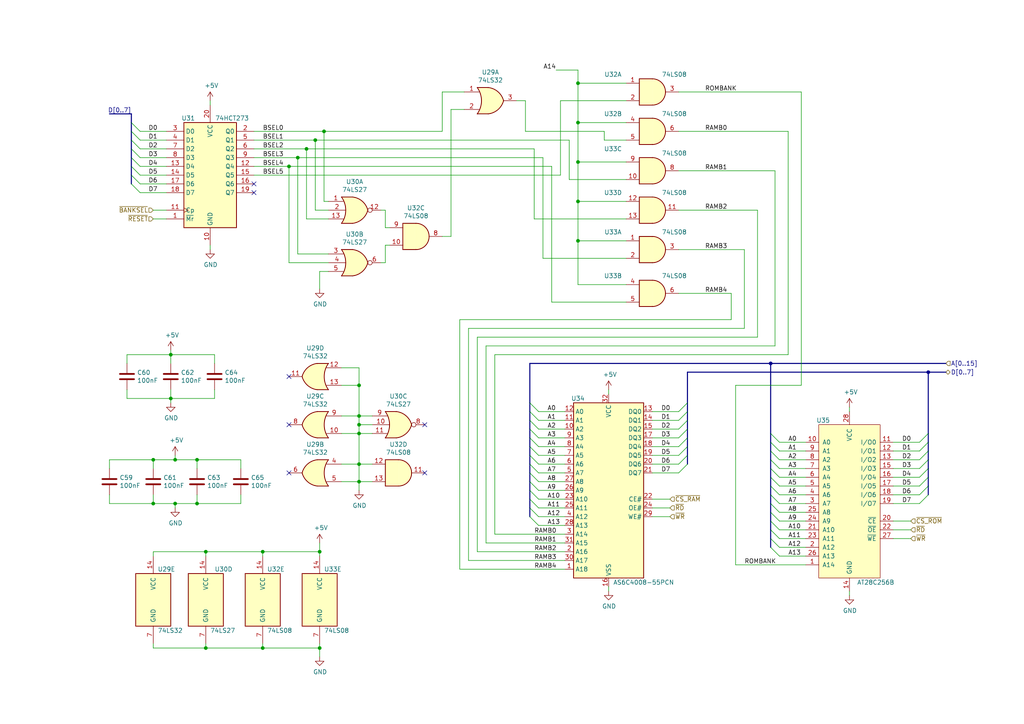
<source format=kicad_sch>
(kicad_sch (version 20230121) (generator eeschema)
  (paper "A4")
  (title_block (title "Y Ddraig Fach") (company "Stephen Moody"))
  (lib_symbols
    (symbol "74xx:74HCT273"
      (property "Reference" "U" (at -7.62 16.51 0))
      (property "Value" "74HCT273" (at -7.62 -16.51 0))
      (symbol "74HCT273_1_0"
        (pin input line (at -12.7 -12.7 0) (length 5.08) (name "~{Mr}") (number "1"))
        (pin power_in line (at 0 -20.32 90) (length 5.08) (name "GND") (number "10"))
        (pin input clock (at -12.7 -10.16 0) (length 5.08) (name "Cp") (number "11"))
        (pin output line (at 12.7 2.54 180) (length 5.08) (name "Q4") (number "12"))
        (pin input line (at -12.7 2.54 0) (length 5.08) (name "D4") (number "13"))
        (pin input line (at -12.7 0 0) (length 5.08) (name "D5") (number "14"))
        (pin output line (at 12.7 0 180) (length 5.08) (name "Q5") (number "15"))
        (pin output line (at 12.7 -2.54 180) (length 5.08) (name "Q6") (number "16"))
        (pin input line (at -12.7 -2.54 0) (length 5.08) (name "D6") (number "17"))
        (pin input line (at -12.7 -5.08 0) (length 5.08) (name "D7") (number "18"))
        (pin output line (at 12.7 -5.08 180) (length 5.08) (name "Q7") (number "19"))
        (pin output line (at 12.7 12.7 180) (length 5.08) (name "Q0") (number "2"))
        (pin power_in line (at 0 20.32 270) (length 5.08) (name "VCC") (number "20"))
        (pin input line (at -12.7 12.7 0) (length 5.08) (name "D0") (number "3"))
        (pin input line (at -12.7 10.16 0) (length 5.08) (name "D1") (number "4"))
        (pin output line (at 12.7 10.16 180) (length 5.08) (name "Q1") (number "5"))
        (pin output line (at 12.7 7.62 180) (length 5.08) (name "Q2") (number "6"))
        (pin input line (at -12.7 7.62 0) (length 5.08) (name "D2") (number "7"))
        (pin input line (at -12.7 5.08 0) (length 5.08) (name "D3") (number "8"))
        (pin output line (at 12.7 5.08 180) (length 5.08) (name "Q3") (number "9"))
      )
    )
    (symbol "74xx:74LS08" (pin_names (offset 1.016))
      (property "Reference" "U" (at 0 1.27 0))
      (property "Value" "74LS08" (at 0 -1.27 0))
      (symbol "74LS08_1_1"
        (pin input line (at -7.62 2.54 0) (length 3.81) (name "~") (number "1"))
        (pin input line (at -7.62 -2.54 0) (length 3.81) (name "~") (number "2"))
        (pin output line (at 7.62 0 180) (length 3.81) (name "~") (number "3"))
      )
      (symbol "74LS08_1_2"
        (pin input inverted (at -7.62 2.54 0) (length 4.318) (name "~") (number "1"))
        (pin input inverted (at -7.62 -2.54 0) (length 4.318) (name "~") (number "2"))
        (pin output inverted (at 7.62 0 180) (length 3.81) (name "~") (number "3"))
      )
      (symbol "74LS08_2_1"
        (pin input line (at -7.62 2.54 0) (length 3.81) (name "~") (number "4"))
        (pin input line (at -7.62 -2.54 0) (length 3.81) (name "~") (number "5"))
        (pin output line (at 7.62 0 180) (length 3.81) (name "~") (number "6"))
      )
      (symbol "74LS08_2_2"
        (pin input inverted (at -7.62 2.54 0) (length 4.318) (name "~") (number "4"))
        (pin input inverted (at -7.62 -2.54 0) (length 4.318) (name "~") (number "5"))
        (pin output inverted (at 7.62 0 180) (length 3.81) (name "~") (number "6"))
      )
      (symbol "74LS08_3_1"
        (pin input line (at -7.62 -2.54 0) (length 3.81) (name "~") (number "10"))
        (pin output line (at 7.62 0 180) (length 3.81) (name "~") (number "8"))
        (pin input line (at -7.62 2.54 0) (length 3.81) (name "~") (number "9"))
      )
      (symbol "74LS08_3_2"
        (pin input inverted (at -7.62 -2.54 0) (length 4.318) (name "~") (number "10"))
        (pin output inverted (at 7.62 0 180) (length 3.81) (name "~") (number "8"))
        (pin input inverted (at -7.62 2.54 0) (length 4.318) (name "~") (number "9"))
      )
      (symbol "74LS08_4_1"
        (pin output line (at 7.62 0 180) (length 3.81) (name "~") (number "11"))
        (pin input line (at -7.62 2.54 0) (length 3.81) (name "~") (number "12"))
        (pin input line (at -7.62 -2.54 0) (length 3.81) (name "~") (number "13"))
      )
      (symbol "74LS08_4_2"
        (pin output inverted (at 7.62 0 180) (length 3.81) (name "~") (number "11"))
        (pin input inverted (at -7.62 2.54 0) (length 4.318) (name "~") (number "12"))
        (pin input inverted (at -7.62 -2.54 0) (length 4.318) (name "~") (number "13"))
      )
      (symbol "74LS08_5_0"
        (pin power_in line (at 0 12.7 270) (length 5.08) (name "VCC") (number "14"))
        (pin power_in line (at 0 -12.7 90) (length 5.08) (name "GND") (number "7"))
      )
    )
    (symbol "74xx:74LS27" (pin_names (offset 1.016))
      (property "Reference" "U" (at 0 1.27 0))
      (property "Value" "74LS27" (at 0 -1.27 0))
      (symbol "74LS27_1_1"
        (pin input line (at -7.62 2.54 0) (length 4.318) (name "~") (number "1"))
        (pin output inverted (at 7.62 0 180) (length 3.81) (name "~") (number "12"))
        (pin input line (at -7.62 -2.54 0) (length 4.318) (name "~") (number "13"))
        (pin input line (at -7.62 0 0) (length 4.953) (name "~") (number "2"))
      )
      (symbol "74LS27_1_2"
        (pin input inverted (at -7.62 2.54 0) (length 3.81) (name "~") (number "1"))
        (pin output line (at 7.62 0 180) (length 3.81) (name "~") (number "12"))
        (pin input inverted (at -7.62 -2.54 0) (length 3.81) (name "~") (number "13"))
        (pin input inverted (at -7.62 0 0) (length 3.81) (name "~") (number "2"))
      )
      (symbol "74LS27_2_1"
        (pin input line (at -7.62 2.54 0) (length 4.318) (name "~") (number "3"))
        (pin input line (at -7.62 0 0) (length 4.953) (name "~") (number "4"))
        (pin input line (at -7.62 -2.54 0) (length 4.318) (name "~") (number "5"))
        (pin output inverted (at 7.62 0 180) (length 3.81) (name "~") (number "6"))
      )
      (symbol "74LS27_2_2"
        (pin input inverted (at -7.62 2.54 0) (length 3.81) (name "~") (number "3"))
        (pin input inverted (at -7.62 0 0) (length 3.81) (name "~") (number "4"))
        (pin input inverted (at -7.62 -2.54 0) (length 3.81) (name "~") (number "5"))
        (pin output line (at 7.62 0 180) (length 3.81) (name "~") (number "6"))
      )
      (symbol "74LS27_3_1"
        (pin input line (at -7.62 0 0) (length 4.953) (name "~") (number "10"))
        (pin input line (at -7.62 -2.54 0) (length 4.318) (name "~") (number "11"))
        (pin output inverted (at 7.62 0 180) (length 3.81) (name "~") (number "8"))
        (pin input line (at -7.62 2.54 0) (length 4.318) (name "~") (number "9"))
      )
      (symbol "74LS27_3_2"
        (pin input inverted (at -7.62 0 0) (length 3.81) (name "~") (number "10"))
        (pin input inverted (at -7.62 -2.54 0) (length 3.81) (name "~") (number "11"))
        (pin output line (at 7.62 0 180) (length 3.81) (name "~") (number "8"))
        (pin input inverted (at -7.62 2.54 0) (length 3.81) (name "~") (number "9"))
      )
      (symbol "74LS27_4_0"
        (pin power_in line (at 0 12.7 270) (length 5.08) (name "VCC") (number "14"))
        (pin power_in line (at 0 -12.7 90) (length 5.08) (name "GND") (number "7"))
      )
    )
    (symbol "74xx:74LS32" (pin_names (offset 1.016))
      (property "Reference" "U" (at 0 1.27 0))
      (property "Value" "74LS32" (at 0 -1.27 0))
      (symbol "74LS32_1_1"
        (pin input line (at -7.62 2.54 0) (length 4.318) (name "~") (number "1"))
        (pin input line (at -7.62 -2.54 0) (length 4.318) (name "~") (number "2"))
        (pin output line (at 7.62 0 180) (length 3.81) (name "~") (number "3"))
      )
      (symbol "74LS32_1_2"
        (pin input inverted (at -7.62 2.54 0) (length 3.81) (name "~") (number "1"))
        (pin input inverted (at -7.62 -2.54 0) (length 3.81) (name "~") (number "2"))
        (pin output inverted (at 7.62 0 180) (length 3.81) (name "~") (number "3"))
      )
      (symbol "74LS32_2_1"
        (pin input line (at -7.62 2.54 0) (length 4.318) (name "~") (number "4"))
        (pin input line (at -7.62 -2.54 0) (length 4.318) (name "~") (number "5"))
        (pin output line (at 7.62 0 180) (length 3.81) (name "~") (number "6"))
      )
      (symbol "74LS32_2_2"
        (pin input inverted (at -7.62 2.54 0) (length 3.81) (name "~") (number "4"))
        (pin input inverted (at -7.62 -2.54 0) (length 3.81) (name "~") (number "5"))
        (pin output inverted (at 7.62 0 180) (length 3.81) (name "~") (number "6"))
      )
      (symbol "74LS32_3_1"
        (pin input line (at -7.62 -2.54 0) (length 4.318) (name "~") (number "10"))
        (pin output line (at 7.62 0 180) (length 3.81) (name "~") (number "8"))
        (pin input line (at -7.62 2.54 0) (length 4.318) (name "~") (number "9"))
      )
      (symbol "74LS32_3_2"
        (pin input inverted (at -7.62 -2.54 0) (length 3.81) (name "~") (number "10"))
        (pin output inverted (at 7.62 0 180) (length 3.81) (name "~") (number "8"))
        (pin input inverted (at -7.62 2.54 0) (length 3.81) (name "~") (number "9"))
      )
      (symbol "74LS32_4_1"
        (pin output line (at 7.62 0 180) (length 3.81) (name "~") (number "11"))
        (pin input line (at -7.62 2.54 0) (length 4.318) (name "~") (number "12"))
        (pin input line (at -7.62 -2.54 0) (length 4.318) (name "~") (number "13"))
      )
      (symbol "74LS32_4_2"
        (pin output inverted (at 7.62 0 180) (length 3.81) (name "~") (number "11"))
        (pin input inverted (at -7.62 2.54 0) (length 3.81) (name "~") (number "12"))
        (pin input inverted (at -7.62 -2.54 0) (length 3.81) (name "~") (number "13"))
      )
      (symbol "74LS32_5_0"
        (pin power_in line (at 0 12.7 270) (length 5.08) (name "VCC") (number "14"))
        (pin power_in line (at 0 -12.7 90) (length 5.08) (name "GND") (number "7"))
      )
    )
    (symbol "Ddraig:AT28C256B" (pin_names (offset 1.016))
      (property "Reference" "U" (at -8.89 17.78 0))
      (property "Value" "AT28C256B" (at 6.35 17.78 0))
      (symbol "AT28C256B_1_1"
        (pin input line (at -12.7 -24.13 0) (length 3.81) (name "A14") (number "1"))
        (pin input line (at -12.7 11.43 0) (length 3.81) (name "A0") (number "10"))
        (pin bidirectional line (at 12.7 11.43 180) (length 3.81) (name "I/O0") (number "11"))
        (pin bidirectional line (at 12.7 8.89 180) (length 3.81) (name "I/O1") (number "12"))
        (pin bidirectional line (at 12.7 6.35 180) (length 3.81) (name "I/O2") (number "13"))
        (pin power_in line (at 0 -31.75 90) (length 3.81) (name "GND") (number "14"))
        (pin bidirectional line (at 12.7 3.81 180) (length 3.81) (name "I/O3") (number "15"))
        (pin bidirectional line (at 12.7 1.27 180) (length 3.81) (name "I/O4") (number "16"))
        (pin bidirectional line (at 12.7 -1.27 180) (length 3.81) (name "I/O5") (number "17"))
        (pin bidirectional line (at 12.7 -3.81 180) (length 3.81) (name "I/O6") (number "18"))
        (pin bidirectional line (at 12.7 -6.35 180) (length 3.81) (name "I/O7") (number "19"))
        (pin input line (at -12.7 -19.05 0) (length 3.81) (name "A12") (number "2"))
        (pin input line (at 12.7 -11.43 180) (length 3.81) (name "~{CE}") (number "20"))
        (pin input line (at -12.7 -13.97 0) (length 3.81) (name "A10") (number "21"))
        (pin input line (at 12.7 -13.97 180) (length 3.81) (name "~{OE}") (number "22"))
        (pin input line (at -12.7 -16.51 0) (length 3.81) (name "A11") (number "23"))
        (pin input line (at -12.7 -11.43 0) (length 3.81) (name "A9") (number "24"))
        (pin input line (at -12.7 -8.89 0) (length 3.81) (name "A8") (number "25"))
        (pin input line (at -12.7 -21.59 0) (length 3.81) (name "A13") (number "26"))
        (pin input line (at 12.7 -16.51 180) (length 3.81) (name "~{WE}") (number "27"))
        (pin power_in line (at 0 20.32 270) (length 3.81) (name "VCC") (number "28"))
        (pin input line (at -12.7 -6.35 0) (length 3.81) (name "A7") (number "3"))
        (pin input line (at -12.7 -3.81 0) (length 3.81) (name "A6") (number "4"))
        (pin input line (at -12.7 -1.27 0) (length 3.81) (name "A5") (number "5"))
        (pin input line (at -12.7 1.27 0) (length 3.81) (name "A4") (number "6"))
        (pin input line (at -12.7 3.81 0) (length 3.81) (name "A3") (number "7"))
        (pin input line (at -12.7 6.35 0) (length 3.81) (name "A2") (number "8"))
        (pin input line (at -12.7 8.89 0) (length 3.81) (name "A1") (number "9"))
      )
    )
    (symbol "Device:C" (pin_numbers hide) (pin_names (offset 0.254))
      (property "Reference" "C" (at 0.635 2.54 0))
      (property "Value" "C" (at 0.635 -2.54 0))
      (symbol "C_1_1"
        (pin passive line (at 0 3.81 270) (length 2.794) (name "~") (number "1"))
        (pin passive line (at 0 -3.81 90) (length 2.794) (name "~") (number "2"))
      )
    )
    (symbol "Memory_RAM:AS6C4008-55PCN"
      (property "Reference" "U" (at -10.16 26.035 0))
      (property "Value" "AS6C4008-55PCN" (at 2.54 26.035 0))
      (symbol "AS6C4008-55PCN_0_0"
        (pin power_in line (at 0 -27.94 90) (length 2.54) (name "VSS") (number "16"))
        (pin power_in line (at 0 27.94 270) (length 2.54) (name "VCC") (number "32"))
      )
      (symbol "AS6C4008-55PCN_1_1"
        (pin input line (at -12.7 -22.86 0) (length 2.54) (name "A18") (number "1"))
        (pin input line (at -12.7 17.78 0) (length 2.54) (name "A2") (number "10"))
        (pin input line (at -12.7 20.32 0) (length 2.54) (name "A1") (number "11"))
        (pin input line (at -12.7 22.86 0) (length 2.54) (name "A0") (number "12"))
        (pin tri_state line (at 12.7 22.86 180) (length 2.54) (name "DQ0") (number "13"))
        (pin tri_state line (at 12.7 20.32 180) (length 2.54) (name "DQ1") (number "14"))
        (pin tri_state line (at 12.7 17.78 180) (length 2.54) (name "DQ2") (number "15"))
        (pin tri_state line (at 12.7 15.24 180) (length 2.54) (name "DQ3") (number "17"))
        (pin tri_state line (at 12.7 12.7 180) (length 2.54) (name "DQ4") (number "18"))
        (pin tri_state line (at 12.7 10.16 180) (length 2.54) (name "DQ5") (number "19"))
        (pin input line (at -12.7 -17.78 0) (length 2.54) (name "A16") (number "2"))
        (pin tri_state line (at 12.7 7.62 180) (length 2.54) (name "DQ6") (number "20"))
        (pin tri_state line (at 12.7 5.08 180) (length 2.54) (name "DQ7") (number "21"))
        (pin input line (at 12.7 -2.54 180) (length 2.54) (name "CE#") (number "22"))
        (pin input line (at -12.7 -2.54 0) (length 2.54) (name "A10") (number "23"))
        (pin input line (at 12.7 -5.08 180) (length 2.54) (name "OE#") (number "24"))
        (pin input line (at -12.7 -5.08 0) (length 2.54) (name "A11") (number "25"))
        (pin input line (at -12.7 0 0) (length 2.54) (name "A9") (number "26"))
        (pin input line (at -12.7 2.54 0) (length 2.54) (name "A8") (number "27"))
        (pin input line (at -12.7 -10.16 0) (length 2.54) (name "A13") (number "28"))
        (pin input line (at 12.7 -7.62 180) (length 2.54) (name "WE#") (number "29"))
        (pin input line (at -12.7 -12.7 0) (length 2.54) (name "A14") (number "3"))
        (pin input line (at -12.7 -20.32 0) (length 2.54) (name "A17") (number "30"))
        (pin input line (at -12.7 -15.24 0) (length 2.54) (name "A15") (number "31"))
        (pin input line (at -12.7 -7.62 0) (length 2.54) (name "A12") (number "4"))
        (pin input line (at -12.7 5.08 0) (length 2.54) (name "A7") (number "5"))
        (pin input line (at -12.7 7.62 0) (length 2.54) (name "A6") (number "6"))
        (pin input line (at -12.7 10.16 0) (length 2.54) (name "A5") (number "7"))
        (pin input line (at -12.7 12.7 0) (length 2.54) (name "A4") (number "8"))
        (pin input line (at -12.7 15.24 0) (length 2.54) (name "A3") (number "9"))
      )
    )
    (symbol "power:+5V" (power) (pin_names (offset 0))
      (property "Value" "+5V" (at 0 3.556 0))
      (symbol "+5V_1_1"
        (pin power_in line (at 0 0 90) (length 0) hide (name "+5V") (number "1"))
      )
    )
    (symbol "power:GND" (power) (pin_names (offset 0))
      (property "Value" "GND" (at 0 -3.81 0))
      (symbol "GND_1_1"
        (pin power_in line (at 0 0 270) (length 0) hide (name "GND") (number "1"))
      )
    )
  )
  (junction (at 223.52 105.41))
  (junction (at 93.98 38.1))
  (junction (at 167.64 24.13))
  (junction (at 50.8 146.05))
  (junction (at 104.14 134.62))
  (junction (at 104.14 125.73))
  (junction (at 92.71 187.96))
  (junction (at 59.69 187.96))
  (junction (at 104.14 120.65))
  (junction (at 76.2 187.96))
  (junction (at 76.2 160.02))
  (junction (at 92.71 160.02))
  (junction (at 49.53 102.87))
  (junction (at 86.36 45.72))
  (junction (at 104.14 111.76))
  (junction (at 44.45 146.05))
  (junction (at 83.82 48.26))
  (junction (at 44.45 133.35))
  (junction (at 50.8 133.35))
  (junction (at 57.15 146.05))
  (junction (at 88.9 43.18))
  (junction (at 167.64 35.56))
  (junction (at 104.14 123.19))
  (junction (at 167.64 46.99))
  (junction (at 104.14 139.7))
  (junction (at 269.24 107.95))
  (junction (at 59.69 160.02))
  (junction (at 167.64 69.85))
  (junction (at 91.44 40.64))
  (junction (at 49.53 115.57))
  (junction (at 167.64 58.42))
  (junction (at 57.15 133.35))
  (no_connect (at 123.19 123.19))
  (no_connect (at 123.19 137.16))
  (no_connect (at 73.66 55.88))
  (no_connect (at 83.82 123.19))
  (no_connect (at 83.82 137.16))
  (no_connect (at 83.82 109.22))
  (no_connect (at 73.66 53.34))
  (bus_entry (at 153.67 147.32) (size 2.54 2.54))
  (bus_entry (at 153.67 119.38) (size 2.54 2.54))
  (bus_entry (at 199.39 132.08) (size -2.54 2.54))
  (bus_entry (at 153.67 144.78) (size 2.54 2.54))
  (bus_entry (at 199.39 134.62) (size -2.54 2.54))
  (bus_entry (at 223.52 148.59) (size 2.54 2.54))
  (bus_entry (at 199.39 121.92) (size -2.54 2.54))
  (bus_entry (at 269.24 135.89) (size -2.54 2.54))
  (bus_entry (at 223.52 130.81) (size 2.54 2.54))
  (bus_entry (at 269.24 140.97) (size -2.54 2.54))
  (bus_entry (at 153.67 124.46) (size 2.54 2.54))
  (bus_entry (at 223.52 151.13) (size 2.54 2.54))
  (bus_entry (at 199.39 129.54) (size -2.54 2.54))
  (bus_entry (at 38.1 48.26) (size 2.54 2.54))
  (bus_entry (at 38.1 43.18) (size 2.54 2.54))
  (bus_entry (at 223.52 133.35) (size 2.54 2.54))
  (bus_entry (at 269.24 128.27) (size -2.54 2.54))
  (bus_entry (at 269.24 125.73) (size -2.54 2.54))
  (bus_entry (at 199.39 127) (size -2.54 2.54))
  (bus_entry (at 223.52 125.73) (size 2.54 2.54))
  (bus_entry (at 38.1 45.72) (size 2.54 2.54))
  (bus_entry (at 38.1 50.8) (size 2.54 2.54))
  (bus_entry (at 199.39 116.84) (size -2.54 2.54))
  (bus_entry (at 223.52 128.27) (size 2.54 2.54))
  (bus_entry (at 153.67 132.08) (size 2.54 2.54))
  (bus_entry (at 153.67 127) (size 2.54 2.54))
  (bus_entry (at 269.24 133.35) (size -2.54 2.54))
  (bus_entry (at 223.52 153.67) (size 2.54 2.54))
  (bus_entry (at 223.52 140.97) (size 2.54 2.54))
  (bus_entry (at 223.52 138.43) (size 2.54 2.54))
  (bus_entry (at 38.1 53.34) (size 2.54 2.54))
  (bus_entry (at 153.67 129.54) (size 2.54 2.54))
  (bus_entry (at 223.52 146.05) (size 2.54 2.54))
  (bus_entry (at 153.67 139.7) (size 2.54 2.54))
  (bus_entry (at 223.52 135.89) (size 2.54 2.54))
  (bus_entry (at 223.52 158.75) (size 2.54 2.54))
  (bus_entry (at 38.1 38.1) (size 2.54 2.54))
  (bus_entry (at 269.24 130.81) (size -2.54 2.54))
  (bus_entry (at 38.1 40.64) (size 2.54 2.54))
  (bus_entry (at 153.67 149.86) (size 2.54 2.54))
  (bus_entry (at 153.67 121.92) (size 2.54 2.54))
  (bus_entry (at 269.24 138.43) (size -2.54 2.54))
  (bus_entry (at 153.67 116.84) (size 2.54 2.54))
  (bus_entry (at 223.52 156.21) (size 2.54 2.54))
  (bus_entry (at 223.52 143.51) (size 2.54 2.54))
  (bus_entry (at 199.39 124.46) (size -2.54 2.54))
  (bus_entry (at 153.67 134.62) (size 2.54 2.54))
  (bus_entry (at 269.24 143.51) (size -2.54 2.54))
  (bus_entry (at 38.1 35.56) (size 2.54 2.54))
  (bus_entry (at 199.39 119.38) (size -2.54 2.54))
  (bus_entry (at 153.67 142.24) (size 2.54 2.54))
  (bus_entry (at 153.67 137.16) (size 2.54 2.54))
  (wire (pts (xy 167.64 35.56) (xy 167.64 24.13)))
  (bus (pts (xy 223.52 153.67) (xy 223.52 156.21)))
  (bus (pts (xy 199.39 116.84) (xy 199.39 119.38)))
  (wire (pts (xy 196.85 127) (xy 189.23 127)))
  (bus (pts (xy 153.67 132.08) (xy 153.67 134.62)))
  (bus (pts (xy 199.39 127) (xy 199.39 129.54)))
  (wire (pts (xy 163.83 147.32) (xy 156.21 147.32)))
  (wire (pts (xy 95.25 78.74) (xy 92.71 78.74)))
  (wire (pts (xy 176.53 170.18) (xy 176.53 171.45)))
  (bus (pts (xy 223.52 105.41) (xy 223.52 125.73)))
  (wire (pts (xy 44.45 135.89) (xy 44.45 133.35)))
  (wire (pts (xy 104.14 120.65) (xy 99.06 120.65)))
  (bus (pts (xy 269.24 107.95) (xy 269.24 125.73)))
  (wire (pts (xy 233.68 140.97) (xy 226.06 140.97)))
  (wire (pts (xy 134.62 26.67) (xy 128.27 26.67)))
  (bus (pts (xy 199.39 121.92) (xy 199.39 124.46)))
  (wire (pts (xy 165.1 40.64) (xy 165.1 52.07)))
  (wire (pts (xy 86.36 45.72) (xy 73.66 45.72)))
  (wire (pts (xy 160.02 87.63) (xy 181.61 87.63)))
  (wire (pts (xy 189.23 134.62) (xy 196.85 134.62)))
  (bus (pts (xy 199.39 107.95) (xy 269.24 107.95)))
  (bus (pts (xy 153.67 147.32) (xy 153.67 149.86)))
  (wire (pts (xy 140.97 100.33) (xy 224.79 100.33)))
  (wire (pts (xy 104.14 123.19) (xy 104.14 120.65)))
  (wire (pts (xy 48.26 48.26) (xy 40.64 48.26)))
  (wire (pts (xy 44.45 133.35) (xy 31.75 133.35)))
  (wire (pts (xy 83.82 48.26) (xy 73.66 48.26)))
  (wire (pts (xy 113.03 66.04) (xy 111.76 66.04)))
  (wire (pts (xy 31.75 146.05) (xy 31.75 143.51)))
  (wire (pts (xy 104.14 120.65) (xy 104.14 111.76)))
  (wire (pts (xy 140.97 157.48) (xy 140.97 100.33)))
  (wire (pts (xy 163.83 127) (xy 156.21 127)))
  (wire (pts (xy 259.08 151.13) (xy 264.16 151.13)))
  (wire (pts (xy 130.81 68.58) (xy 128.27 68.58)))
  (wire (pts (xy 138.43 97.79) (xy 219.71 97.79)))
  (wire (pts (xy 167.64 58.42) (xy 167.64 46.99)))
  (wire (pts (xy 49.53 105.41) (xy 49.53 102.87)))
  (wire (pts (xy 160.02 48.26) (xy 83.82 48.26)))
  (wire (pts (xy 167.64 69.85) (xy 167.64 82.55)))
  (wire (pts (xy 189.23 129.54) (xy 196.85 129.54)))
  (wire (pts (xy 92.71 186.69) (xy 92.71 187.96)))
  (wire (pts (xy 215.9 95.25) (xy 215.9 72.39)))
  (bus (pts (xy 223.52 146.05) (xy 223.52 148.59)))
  (wire (pts (xy 104.14 111.76) (xy 104.14 106.68)))
  (wire (pts (xy 135.89 162.56) (xy 163.83 162.56)))
  (bus (pts (xy 223.52 105.41) (xy 274.32 105.41)))
  (wire (pts (xy 59.69 160.02) (xy 44.45 160.02)))
  (wire (pts (xy 107.95 123.19) (xy 104.14 123.19)))
  (wire (pts (xy 162.56 29.21) (xy 162.56 50.8)))
  (wire (pts (xy 213.36 163.83) (xy 233.68 163.83)))
  (wire (pts (xy 189.23 124.46) (xy 196.85 124.46)))
  (wire (pts (xy 266.7 135.89) (xy 259.08 135.89)))
  (wire (pts (xy 152.4 38.1) (xy 175.26 38.1)))
  (wire (pts (xy 212.09 92.71) (xy 212.09 85.09)))
  (bus (pts (xy 223.52 151.13) (xy 223.52 153.67)))
  (wire (pts (xy 181.61 52.07) (xy 165.1 52.07)))
  (wire (pts (xy 156.21 139.7) (xy 163.83 139.7)))
  (wire (pts (xy 143.51 102.87) (xy 228.6 102.87)))
  (wire (pts (xy 59.69 186.69) (xy 59.69 187.96)))
  (bus (pts (xy 199.39 129.54) (xy 199.39 132.08)))
  (wire (pts (xy 104.14 125.73) (xy 107.95 125.73)))
  (wire (pts (xy 156.21 124.46) (xy 163.83 124.46)))
  (wire (pts (xy 76.2 161.29) (xy 76.2 160.02)))
  (wire (pts (xy 76.2 160.02) (xy 59.69 160.02)))
  (wire (pts (xy 95.25 63.5) (xy 88.9 63.5)))
  (wire (pts (xy 69.85 146.05) (xy 69.85 143.51)))
  (bus (pts (xy 153.67 105.41) (xy 223.52 105.41)))
  (wire (pts (xy 259.08 128.27) (xy 266.7 128.27)))
  (wire (pts (xy 167.64 46.99) (xy 167.64 35.56)))
  (bus (pts (xy 153.67 139.7) (xy 153.67 142.24)))
  (wire (pts (xy 50.8 132.08) (xy 50.8 133.35)))
  (wire (pts (xy 76.2 186.69) (xy 76.2 187.96)))
  (wire (pts (xy 57.15 146.05) (xy 57.15 143.51)))
  (wire (pts (xy 133.35 165.1) (xy 163.83 165.1)))
  (wire (pts (xy 104.14 139.7) (xy 104.14 142.24)))
  (wire (pts (xy 226.06 158.75) (xy 233.68 158.75)))
  (bus (pts (xy 269.24 125.73) (xy 269.24 128.27)))
  (wire (pts (xy 69.85 133.35) (xy 69.85 135.89)))
  (wire (pts (xy 76.2 187.96) (xy 59.69 187.96)))
  (bus (pts (xy 153.67 121.92) (xy 153.67 124.46)))
  (wire (pts (xy 92.71 157.48) (xy 92.71 160.02)))
  (wire (pts (xy 91.44 40.64) (xy 73.66 40.64)))
  (wire (pts (xy 62.23 113.03) (xy 62.23 115.57)))
  (wire (pts (xy 40.64 50.8) (xy 48.26 50.8)))
  (wire (pts (xy 36.83 102.87) (xy 49.53 102.87)))
  (wire (pts (xy 83.82 76.2) (xy 83.82 48.26)))
  (wire (pts (xy 111.76 71.12) (xy 113.03 71.12)))
  (wire (pts (xy 233.68 130.81) (xy 226.06 130.81)))
  (wire (pts (xy 133.35 92.71) (xy 212.09 92.71)))
  (wire (pts (xy 189.23 119.38) (xy 196.85 119.38)))
  (wire (pts (xy 104.14 120.65) (xy 107.95 120.65)))
  (wire (pts (xy 196.85 49.53) (xy 224.79 49.53)))
  (wire (pts (xy 175.26 38.1) (xy 175.26 40.64)))
  (wire (pts (xy 40.64 40.64) (xy 48.26 40.64)))
  (wire (pts (xy 91.44 60.96) (xy 91.44 40.64)))
  (wire (pts (xy 92.71 160.02) (xy 76.2 160.02)))
  (wire (pts (xy 59.69 187.96) (xy 44.45 187.96)))
  (wire (pts (xy 95.25 76.2) (xy 83.82 76.2)))
  (wire (pts (xy 219.71 97.79) (xy 219.71 60.96)))
  (wire (pts (xy 130.81 31.75) (xy 130.81 68.58)))
  (wire (pts (xy 196.85 26.67) (xy 232.41 26.67)))
  (wire (pts (xy 233.68 135.89) (xy 226.06 135.89)))
  (wire (pts (xy 181.61 46.99) (xy 167.64 46.99)))
  (wire (pts (xy 140.97 157.48) (xy 163.83 157.48)))
  (wire (pts (xy 226.06 146.05) (xy 233.68 146.05)))
  (wire (pts (xy 135.89 162.56) (xy 135.89 95.25)))
  (wire (pts (xy 95.25 73.66) (xy 86.36 73.66)))
  (wire (pts (xy 264.16 156.21) (xy 259.08 156.21)))
  (wire (pts (xy 88.9 43.18) (xy 154.94 43.18)))
  (bus (pts (xy 153.67 105.41) (xy 153.67 116.84)))
  (bus (pts (xy 269.24 133.35) (xy 269.24 135.89)))
  (wire (pts (xy 92.71 78.74) (xy 92.71 83.82)))
  (wire (pts (xy 259.08 146.05) (xy 266.7 146.05)))
  (wire (pts (xy 48.26 60.96) (xy 44.45 60.96)))
  (wire (pts (xy 224.79 100.33) (xy 224.79 49.53)))
  (bus (pts (xy 153.67 142.24) (xy 153.67 144.78)))
  (wire (pts (xy 226.06 148.59) (xy 233.68 148.59)))
  (wire (pts (xy 104.14 134.62) (xy 107.95 134.62)))
  (wire (pts (xy 176.53 113.03) (xy 176.53 114.3)))
  (wire (pts (xy 143.51 154.94) (xy 143.51 102.87)))
  (wire (pts (xy 160.02 48.26) (xy 160.02 87.63)))
  (wire (pts (xy 194.31 149.86) (xy 189.23 149.86)))
  (wire (pts (xy 152.4 29.21) (xy 152.4 38.1)))
  (wire (pts (xy 233.68 151.13) (xy 226.06 151.13)))
  (wire (pts (xy 259.08 153.67) (xy 264.16 153.67)))
  (wire (pts (xy 189.23 137.16) (xy 196.85 137.16)))
  (wire (pts (xy 104.14 125.73) (xy 104.14 123.19)))
  (wire (pts (xy 181.61 24.13) (xy 167.64 24.13)))
  (wire (pts (xy 49.53 115.57) (xy 62.23 115.57)))
  (bus (pts (xy 223.52 138.43) (xy 223.52 140.97)))
  (wire (pts (xy 181.61 29.21) (xy 162.56 29.21)))
  (wire (pts (xy 233.68 128.27) (xy 226.06 128.27)))
  (wire (pts (xy 111.76 76.2) (xy 111.76 71.12)))
  (wire (pts (xy 95.25 60.96) (xy 91.44 60.96)))
  (wire (pts (xy 156.21 152.4) (xy 163.83 152.4)))
  (wire (pts (xy 86.36 73.66) (xy 86.36 45.72)))
  (bus (pts (xy 38.1 40.64) (xy 38.1 43.18)))
  (wire (pts (xy 93.98 58.42) (xy 93.98 38.1)))
  (wire (pts (xy 213.36 111.76) (xy 232.41 111.76)))
  (wire (pts (xy 189.23 144.78) (xy 194.31 144.78)))
  (wire (pts (xy 73.66 38.1) (xy 93.98 38.1)))
  (wire (pts (xy 50.8 146.05) (xy 57.15 146.05)))
  (wire (pts (xy 128.27 26.67) (xy 128.27 38.1)))
  (wire (pts (xy 49.53 102.87) (xy 62.23 102.87)))
  (wire (pts (xy 44.45 146.05) (xy 50.8 146.05)))
  (bus (pts (xy 223.52 143.51) (xy 223.52 146.05)))
  (wire (pts (xy 48.26 55.88) (xy 40.64 55.88)))
  (wire (pts (xy 135.89 95.25) (xy 215.9 95.25)))
  (wire (pts (xy 138.43 160.02) (xy 138.43 97.79)))
  (wire (pts (xy 111.76 66.04) (xy 111.76 60.96)))
  (wire (pts (xy 44.45 187.96) (xy 44.45 186.69)))
  (wire (pts (xy 44.45 133.35) (xy 50.8 133.35)))
  (bus (pts (xy 153.67 119.38) (xy 153.67 121.92)))
  (wire (pts (xy 99.06 125.73) (xy 104.14 125.73)))
  (wire (pts (xy 266.7 130.81) (xy 259.08 130.81)))
  (wire (pts (xy 215.9 72.39) (xy 196.85 72.39)))
  (wire (pts (xy 31.75 133.35) (xy 31.75 135.89)))
  (wire (pts (xy 196.85 121.92) (xy 189.23 121.92)))
  (wire (pts (xy 36.83 115.57) (xy 49.53 115.57)))
  (wire (pts (xy 259.08 138.43) (xy 266.7 138.43)))
  (wire (pts (xy 163.83 121.92) (xy 156.21 121.92)))
  (bus (pts (xy 223.52 128.27) (xy 223.52 130.81)))
  (bus (pts (xy 223.52 130.81) (xy 223.52 133.35)))
  (wire (pts (xy 246.38 171.45) (xy 246.38 172.72)))
  (wire (pts (xy 50.8 147.32) (xy 50.8 146.05)))
  (bus (pts (xy 153.67 144.78) (xy 153.67 147.32)))
  (wire (pts (xy 99.06 111.76) (xy 104.14 111.76)))
  (bus (pts (xy 38.1 33.02) (xy 31.75 33.02)))
  (wire (pts (xy 157.48 45.72) (xy 157.48 74.93)))
  (wire (pts (xy 138.43 160.02) (xy 163.83 160.02)))
  (wire (pts (xy 246.38 118.11) (xy 246.38 119.38)))
  (wire (pts (xy 60.96 72.39) (xy 60.96 71.12)))
  (wire (pts (xy 226.06 138.43) (xy 233.68 138.43)))
  (wire (pts (xy 156.21 129.54) (xy 163.83 129.54)))
  (wire (pts (xy 93.98 38.1) (xy 128.27 38.1)))
  (wire (pts (xy 181.61 35.56) (xy 167.64 35.56)))
  (bus (pts (xy 223.52 135.89) (xy 223.52 138.43)))
  (wire (pts (xy 167.64 82.55) (xy 181.61 82.55)))
  (wire (pts (xy 165.1 40.64) (xy 91.44 40.64)))
  (bus (pts (xy 269.24 138.43) (xy 269.24 140.97)))
  (wire (pts (xy 57.15 133.35) (xy 57.15 135.89)))
  (wire (pts (xy 36.83 113.03) (xy 36.83 115.57)))
  (bus (pts (xy 274.32 107.95) (xy 269.24 107.95)))
  (wire (pts (xy 36.83 105.41) (xy 36.83 102.87)))
  (wire (pts (xy 181.61 69.85) (xy 167.64 69.85)))
  (wire (pts (xy 73.66 50.8) (xy 162.56 50.8)))
  (wire (pts (xy 62.23 105.41) (xy 62.23 102.87)))
  (wire (pts (xy 44.45 146.05) (xy 31.75 146.05)))
  (wire (pts (xy 104.14 106.68) (xy 99.06 106.68)))
  (bus (pts (xy 38.1 45.72) (xy 38.1 48.26)))
  (wire (pts (xy 59.69 161.29) (xy 59.69 160.02)))
  (wire (pts (xy 48.26 63.5) (xy 44.45 63.5)))
  (wire (pts (xy 154.94 43.18) (xy 154.94 63.5)))
  (wire (pts (xy 213.36 163.83) (xy 213.36 111.76)))
  (bus (pts (xy 153.67 129.54) (xy 153.67 132.08)))
  (bus (pts (xy 199.39 119.38) (xy 199.39 121.92)))
  (wire (pts (xy 181.61 58.42) (xy 167.64 58.42)))
  (wire (pts (xy 95.25 58.42) (xy 93.98 58.42)))
  (wire (pts (xy 104.14 139.7) (xy 104.14 134.62)))
  (wire (pts (xy 44.45 160.02) (xy 44.45 161.29)))
  (wire (pts (xy 175.26 40.64) (xy 181.61 40.64)))
  (bus (pts (xy 199.39 107.95) (xy 199.39 116.84)))
  (wire (pts (xy 57.15 146.05) (xy 69.85 146.05)))
  (wire (pts (xy 50.8 133.35) (xy 57.15 133.35)))
  (wire (pts (xy 60.96 30.48) (xy 60.96 29.21)))
  (wire (pts (xy 92.71 187.96) (xy 92.71 190.5)))
  (wire (pts (xy 48.26 38.1) (xy 40.64 38.1)))
  (wire (pts (xy 196.85 38.1) (xy 228.6 38.1)))
  (wire (pts (xy 111.76 60.96) (xy 110.49 60.96)))
  (wire (pts (xy 104.14 134.62) (xy 104.14 125.73)))
  (wire (pts (xy 226.06 143.51) (xy 233.68 143.51)))
  (wire (pts (xy 226.06 161.29) (xy 233.68 161.29)))
  (wire (pts (xy 99.06 139.7) (xy 104.14 139.7)))
  (wire (pts (xy 154.94 63.5) (xy 181.61 63.5)))
  (wire (pts (xy 189.23 147.32) (xy 194.31 147.32)))
  (wire (pts (xy 266.7 140.97) (xy 259.08 140.97)))
  (bus (pts (xy 199.39 132.08) (xy 199.39 134.62)))
  (bus (pts (xy 38.1 38.1) (xy 38.1 40.64)))
  (bus (pts (xy 153.67 124.46) (xy 153.67 127)))
  (bus (pts (xy 199.39 124.46) (xy 199.39 127)))
  (wire (pts (xy 88.9 63.5) (xy 88.9 43.18)))
  (wire (pts (xy 49.53 113.03) (xy 49.53 115.57)))
  (wire (pts (xy 156.21 149.86) (xy 163.83 149.86)))
  (wire (pts (xy 233.68 156.21) (xy 226.06 156.21)))
  (wire (pts (xy 110.49 76.2) (xy 111.76 76.2)))
  (bus (pts (xy 269.24 140.97) (xy 269.24 143.51)))
  (bus (pts (xy 223.52 133.35) (xy 223.52 135.89)))
  (bus (pts (xy 269.24 128.27) (xy 269.24 130.81)))
  (bus (pts (xy 153.67 134.62) (xy 153.67 137.16)))
  (bus (pts (xy 223.52 140.97) (xy 223.52 143.51)))
  (wire (pts (xy 226.06 133.35) (xy 233.68 133.35)))
  (wire (pts (xy 157.48 45.72) (xy 86.36 45.72)))
  (wire (pts (xy 92.71 187.96) (xy 76.2 187.96)))
  (wire (pts (xy 49.53 101.6) (xy 49.53 102.87)))
  (wire (pts (xy 133.35 92.71) (xy 133.35 165.1)))
  (wire (pts (xy 156.21 144.78) (xy 163.83 144.78)))
  (bus (pts (xy 223.52 156.21) (xy 223.52 158.75)))
  (bus (pts (xy 269.24 135.89) (xy 269.24 138.43)))
  (wire (pts (xy 104.14 134.62) (xy 99.06 134.62)))
  (wire (pts (xy 181.61 74.93) (xy 157.48 74.93)))
  (wire (pts (xy 163.83 142.24) (xy 156.21 142.24)))
  (wire (pts (xy 48.26 43.18) (xy 40.64 43.18)))
  (wire (pts (xy 92.71 160.02) (xy 92.71 161.29)))
  (wire (pts (xy 163.83 132.08) (xy 156.21 132.08)))
  (wire (pts (xy 149.86 29.21) (xy 152.4 29.21)))
  (bus (pts (xy 38.1 33.02) (xy 38.1 35.56)))
  (bus (pts (xy 38.1 43.18) (xy 38.1 45.72)))
  (bus (pts (xy 153.67 137.16) (xy 153.67 139.7)))
  (wire (pts (xy 167.64 24.13) (xy 167.64 20.32)))
  (bus (pts (xy 153.67 116.84) (xy 153.67 119.38)))
  (wire (pts (xy 73.66 43.18) (xy 88.9 43.18)))
  (bus (pts (xy 223.52 148.59) (xy 223.52 151.13)))
  (wire (pts (xy 40.64 45.72) (xy 48.26 45.72)))
  (wire (pts (xy 107.95 139.7) (xy 104.14 139.7)))
  (wire (pts (xy 163.83 119.38) (xy 156.21 119.38)))
  (wire (pts (xy 49.53 116.84) (xy 49.53 115.57)))
  (wire (pts (xy 259.08 133.35) (xy 266.7 133.35)))
  (wire (pts (xy 167.64 69.85) (xy 167.64 58.42)))
  (bus (pts (xy 153.67 127) (xy 153.67 129.54)))
  (wire (pts (xy 212.09 85.09) (xy 196.85 85.09)))
  (wire (pts (xy 226.06 153.67) (xy 233.68 153.67)))
  (wire (pts (xy 143.51 154.94) (xy 163.83 154.94)))
  (bus (pts (xy 38.1 35.56) (xy 38.1 38.1)))
  (wire (pts (xy 259.08 143.51) (xy 266.7 143.51)))
  (wire (pts (xy 196.85 132.08) (xy 189.23 132.08)))
  (wire (pts (xy 167.64 20.32) (xy 161.29 20.32)))
  (wire (pts (xy 228.6 102.87) (xy 228.6 38.1)))
  (bus (pts (xy 38.1 48.26) (xy 38.1 50.8)))
  (bus (pts (xy 38.1 50.8) (xy 38.1 53.34)))
  (wire (pts (xy 156.21 137.16) (xy 163.83 137.16)))
  (bus (pts (xy 223.52 125.73) (xy 223.52 128.27)))
  (wire (pts (xy 57.15 133.35) (xy 69.85 133.35)))
  (wire (pts (xy 232.41 111.76) (xy 232.41 26.67)))
  (wire (pts (xy 44.45 143.51) (xy 44.45 146.05)))
  (wire (pts (xy 196.85 60.96) (xy 219.71 60.96)))
  (wire (pts (xy 48.26 53.34) (xy 40.64 53.34)))
  (bus (pts (xy 269.24 130.81) (xy 269.24 133.35)))
  (wire (pts (xy 130.81 31.75) (xy 134.62 31.75)))
  (wire (pts (xy 156.21 134.62) (xy 163.83 134.62)))
  (label "A6" (at 228.6 143.51 0))
  (label "D2" (at 45.72 43.18 180))
  (label "A9" (at 228.6 151.13 0))
  (label "A1" (at 228.6 130.81 0))
  (label "A2" (at 228.6 133.35 0))
  (label "ROMBANK" (at 204.47 26.67 0))
  (label "BSEL0" (at 76.2 38.1 0))
  (label "BSEL1" (at 76.2 40.64 0))
  (label "BSEL2" (at 76.2 43.18 0))
  (label "D5" (at 261.62 140.97 0))
  (label "D4" (at 191.77 129.54 0))
  (label "A12" (at 228.6 158.75 0))
  (label "A0" (at 228.6 128.27 0))
  (label "RAMB4" (at 204.47 85.09 0))
  (label "A2" (at 158.75 124.46 0))
  (label "D7" (at 261.62 146.05 0))
  (label "RAMB0" (at 154.94 154.94 0))
  (label "D2" (at 261.62 133.35 0))
  (label "RAMB1" (at 204.47 49.53 0))
  (label "A10" (at 228.6 153.67 0))
  (label "BSEL4" (at 76.2 48.26 0))
  (label "D3" (at 45.72 45.72 180))
  (label "D3" (at 191.77 127 0))
  (label "D0" (at 261.62 128.27 0))
  (label "A8" (at 158.75 139.7 0))
  (label "D7" (at 45.72 55.88 180))
  (label "A7" (at 158.75 137.16 0))
  (label "D2" (at 191.77 124.46 0))
  (label "A4" (at 158.75 129.54 0))
  (label "A11" (at 228.6 156.21 0))
  (label "A9" (at 158.75 142.24 0))
  (label "D1" (at 191.77 121.92 0))
  (label "D0" (at 45.72 38.1 180))
  (label "A12" (at 158.75 149.86 0))
  (label "A7" (at 228.6 146.05 0))
  (label "BSEL5" (at 76.2 50.8 0))
  (label "RAMB4" (at 154.94 165.1 0))
  (label "D4" (at 45.72 48.26 180))
  (label "A3" (at 228.6 135.89 0))
  (label "D7" (at 191.77 137.16 0))
  (label "A10" (at 158.75 144.78 0))
  (label "A13" (at 158.75 152.4 0))
  (label "D6" (at 261.62 143.51 0))
  (label "A4" (at 228.6 138.43 0))
  (label "RAMB0" (at 204.47 38.1 0))
  (label "RAMB3" (at 204.47 72.39 0))
  (label "D4" (at 261.62 138.43 0))
  (label "D[0..7]" (at 38.1 33.02 180))
  (label "A8" (at 228.6 148.59 0))
  (label "A0" (at 158.75 119.38 0))
  (label "D5" (at 191.77 132.08 0))
  (label "RAMB1" (at 154.94 157.48 0))
  (label "A5" (at 228.6 140.97 0))
  (label "D0" (at 191.77 119.38 0))
  (label "A3" (at 158.75 127 0))
  (label "D6" (at 191.77 134.62 0))
  (label "A11" (at 158.75 147.32 0))
  (label "RAMB2" (at 154.94 160.02 0))
  (label "D6" (at 45.72 53.34 180))
  (label "A1" (at 158.75 121.92 0))
  (label "A13" (at 228.6 161.29 0))
  (label "D1" (at 45.72 40.64 180))
  (label "RAMB3" (at 154.94 162.56 0))
  (label "RAMB2" (at 204.47 60.96 0))
  (label "D1" (at 261.62 130.81 0))
  (label "A5" (at 158.75 132.08 0))
  (label "ROMBANK" (at 215.9 163.83 0))
  (label "D3" (at 261.62 135.89 0))
  (label "BSEL3" (at 76.2 45.72 0))
  (label "A6" (at 158.75 134.62 0))
  (label "D5" (at 45.72 50.8 180))
  (label "A14" (at 161.29 20.32 180))
  (hierarchical_label "~{RD}" (shape input) (at 264.16 153.67 0))
  (hierarchical_label "~{CS_RAM}" (shape input) (at 194.31 144.78 0))
  (hierarchical_label "~{RESET}" (shape input) (at 44.45 63.5 180))
  (hierarchical_label "~{BANKSEL}" (shape input) (at 44.45 60.96 180))
  (hierarchical_label "D[0..7]" (shape bidirectional) (at 274.32 107.95 0))
  (hierarchical_label "~{WR}" (shape input) (at 264.16 156.21 0))
  (hierarchical_label "~{WR}" (shape input) (at 194.31 149.86 0))
  (hierarchical_label "~{RD}" (shape input) (at 194.31 147.32 0))
  (hierarchical_label "A[0..15]" (shape input) (at 274.32 105.41 0))
  (hierarchical_label "~{CS_ROM}" (shape input) (at 264.16 151.13 0))
  (symbol (lib_id "power:GND") (at 176.53 171.45 0) (unit 1)
    (property "Reference" "#PWR0166" (effects hide))
    (property "Value" "GND" (at 176.657 175.8442 0))
  )
  (symbol (lib_id "power:GND") (at 246.38 172.72 0) (unit 1)
    (property "Reference" "#PWR0168" (effects hide))
    (property "Value" "GND" (at 246.507 177.1142 0))
  )
  (symbol (lib_id "power:+5V") (at 176.53 113.03 0) (unit 1)
    (property "Reference" "#PWR0165" (effects hide))
    (property "Value" "+5V" (at 176.911 108.6358 0))
  )
  (symbol (lib_id "power:+5V") (at 246.38 118.11 0) (unit 1)
    (property "Reference" "#PWR0167" (effects hide))
    (property "Value" "+5V" (at 246.761 113.7158 0))
  )
  (symbol (lib_id "Ddraig:AT28C256B") (at 246.38 139.7 0) (unit 1)
    (property "Reference" "U35" (at 238.76 121.92 0))
    (property "Value" "AT28C256B" (at 254 168.91 0))
    (property "Footprint" "Package_DIP:DIP-28_W15.24mm_Socket" (effects hide))
  )
  (symbol (lib_id "74xx:74HCT273") (at 60.96 50.8 0) (unit 1)
    (property "Reference" "U31" (at 54.61 34.29 0))
    (property "Value" "74HCT273" (at 67.31 34.29 0))
    (property "Footprint" "Package_DIP:DIP-20_W7.62mm_Socket" (effects hide))
    (property "Datasheet" "https://assets.nexperia.com/documents/data-sheet/74HC_HCT273.pdf" (effects hide))
  )
  (symbol (lib_id "power:+5V") (at 60.96 29.21 0) (unit 1)
    (property "Reference" "#PWR0159" (effects hide))
    (property "Value" "+5V" (at 61.341 24.8158 0))
  )
  (symbol (lib_id "power:GND") (at 60.96 72.39 0) (unit 1)
    (property "Reference" "#PWR0160" (effects hide))
    (property "Value" "GND" (at 61.087 76.7842 0))
  )
  (symbol (lib_id "Device:C") (at 69.85 139.7 0) (unit 1)
    (property "Reference" "C65" (at 72.771 138.5316 0) (effects (justify left)))
    (property "Value" "100nF" (at 72.771 140.843 0) (effects (justify left)))
    (property "Footprint" "Capacitor_THT:C_Disc_D5.0mm_W2.5mm_P2.50mm" (effects hide))
  )
  (symbol (lib_id "74xx:74LS27") (at 115.57 123.19 0) (unit 3)
    (property "Reference" "U30" (at 115.57 114.935 0))
    (property "Value" "74LS27" (at 115.57 117.2464 0))
    (property "Footprint" "Package_DIP:DIP-14_W7.62mm_Socket" (effects hide))
    (property "Datasheet" "http://www.ti.com/lit/gpn/sn74LS27" (effects hide))
  )
  (symbol (lib_id "74xx:74LS27") (at 59.69 173.99 0) (unit 4)
    (property "Reference" "U30" (at 62.23 165.1 0) (effects (justify left)))
    (property "Value" "74LS27" (at 60.96 182.88 0) (effects (justify left)))
    (property "Footprint" "Package_DIP:DIP-14_W7.62mm_Socket" (effects hide))
    (property "Datasheet" "http://www.ti.com/lit/gpn/sn74LS27" (effects hide))
  )
  (symbol (lib_id "74xx:74LS08") (at 189.23 26.67 0) (unit 1)
    (property "Reference" "U32" (at 177.8 21.59 0))
    (property "Value" "74LS08" (at 195.58 21.59 0))
    (property "Footprint" "Package_DIP:DIP-14_W7.62mm_Socket" (effects hide))
    (property "Datasheet" "http://www.ti.com/lit/gpn/sn74LS08" (effects hide))
  )
  (symbol (lib_id "74xx:74LS08") (at 189.23 72.39 0) (unit 1)
    (property "Reference" "U33" (at 177.8 67.31 0))
    (property "Value" "74LS08" (at 195.58 67.31 0))
    (property "Footprint" "Package_DIP:DIP-14_W7.62mm_Socket" (effects hide))
    (property "Datasheet" "http://www.ti.com/lit/gpn/sn74LS08" (effects hide))
  )
  (symbol (lib_id "74xx:74LS08") (at 189.23 38.1 0) (unit 2)
    (property "Reference" "U32" (at 177.8 33.02 0))
    (property "Value" "74LS08" (at 195.58 33.02 0))
    (property "Footprint" "Package_DIP:DIP-14_W7.62mm_Socket" (effects hide))
    (property "Datasheet" "http://www.ti.com/lit/gpn/sn74LS08" (effects hide))
  )
  (symbol (lib_id "74xx:74LS08") (at 189.23 85.09 0) (unit 2)
    (property "Reference" "U33" (at 177.8 80.01 0))
    (property "Value" "74LS08" (at 195.58 80.01 0))
    (property "Footprint" "Package_DIP:DIP-14_W7.62mm_Socket" (effects hide))
    (property "Datasheet" "http://www.ti.com/lit/gpn/sn74LS08" (effects hide))
  )
  (symbol (lib_id "74xx:74LS08") (at 189.23 49.53 0) (unit 3)
    (property "Reference" "U33" (at 177.8 43.18 0))
    (property "Value" "74LS08" (at 195.58 44.45 0))
    (property "Footprint" "Package_DIP:DIP-14_W7.62mm_Socket" (effects hide))
    (property "Datasheet" "http://www.ti.com/lit/gpn/sn74LS08" (effects hide))
  )
  (symbol (lib_id "74xx:74LS08") (at 120.65 68.58 0) (unit 3)
    (property "Reference" "U32" (at 120.65 60.325 0))
    (property "Value" "74LS08" (at 120.65 62.6364 0))
    (property "Footprint" "Package_DIP:DIP-14_W7.62mm_Socket" (effects hide))
    (property "Datasheet" "http://www.ti.com/lit/gpn/sn74LS08" (effects hide))
  )
  (symbol (lib_id "74xx:74LS08") (at 189.23 60.96 0) (unit 4)
    (property "Reference" "U33" (at 177.8 55.88 0))
    (property "Value" "74LS08" (at 195.58 55.88 0))
    (property "Footprint" "Package_DIP:DIP-14_W7.62mm_Socket" (effects hide))
    (property "Datasheet" "http://www.ti.com/lit/gpn/sn74LS08" (effects hide))
  )
  (symbol (lib_id "74xx:74LS32") (at 91.44 137.16 0) (mirror y) (unit 2)
    (property "Reference" "U29" (at 91.44 128.905 0))
    (property "Value" "74LS32" (at 91.44 131.2164 0))
    (property "Footprint" "Package_DIP:DIP-14_W7.62mm_Socket" (effects hide))
    (property "Datasheet" "http://www.ti.com/lit/gpn/sn74LS32" (effects hide))
  )
  (symbol (lib_id "74xx:74LS08") (at 115.57 137.16 0) (unit 4)
    (property "Reference" "U32" (at 115.57 128.905 0))
    (property "Value" "74LS08" (at 115.57 131.2164 0))
    (property "Footprint" "Package_DIP:DIP-14_W7.62mm_Socket" (effects hide))
    (property "Datasheet" "http://www.ti.com/lit/gpn/sn74LS08" (effects hide))
  )
  (symbol (lib_id "74xx:74LS08") (at 76.2 173.99 0) (unit 5)
    (property "Reference" "U32" (at 77.47 165.1 0) (effects (justify left)))
    (property "Value" "74LS08" (at 77.47 182.88 0) (effects (justify left)))
    (property "Footprint" "Package_DIP:DIP-14_W7.62mm_Socket" (effects hide))
    (property "Datasheet" "http://www.ti.com/lit/gpn/sn74LS08" (effects hide))
  )
  (symbol (lib_id "74xx:74LS08") (at 92.71 173.99 0) (unit 5)
    (property "Reference" "U33" (at 93.98 165.1 0) (effects (justify left)))
    (property "Value" "74LS08" (at 93.98 182.88 0) (effects (justify left)))
    (property "Footprint" "Package_DIP:DIP-14_W7.62mm_Socket" (effects hide))
    (property "Datasheet" "http://www.ti.com/lit/gpn/sn74LS08" (effects hide))
  )
  (symbol (lib_id "74xx:74LS32") (at 91.44 123.19 0) (mirror y) (unit 3)
    (property "Reference" "U29" (at 91.44 114.935 0))
    (property "Value" "74LS32" (at 91.44 117.2464 0))
    (property "Footprint" "Package_DIP:DIP-14_W7.62mm_Socket" (effects hide))
    (property "Datasheet" "http://www.ti.com/lit/gpn/sn74LS32" (effects hide))
  )
  (symbol (lib_id "74xx:74LS32") (at 91.44 109.22 0) (mirror y) (unit 4)
    (property "Reference" "U29" (at 91.44 100.965 0))
    (property "Value" "74LS32" (at 91.44 103.2764 0))
    (property "Footprint" "Package_DIP:DIP-14_W7.62mm_Socket" (effects hide))
    (property "Datasheet" "http://www.ti.com/lit/gpn/sn74LS32" (effects hide))
  )
  (symbol (lib_id "74xx:74LS32") (at 44.45 173.99 0) (unit 5)
    (property "Reference" "U29" (at 45.72 165.1 0) (effects (justify left)))
    (property "Value" "74LS32" (at 45.72 182.88 0) (effects (justify left)))
    (property "Footprint" "Package_DIP:DIP-14_W7.62mm_Socket" (effects hide))
    (property "Datasheet" "http://www.ti.com/lit/gpn/sn74LS32" (effects hide))
  )
  (symbol (lib_id "Memory_RAM:AS6C4008-55PCN") (at 176.53 142.24 0) (unit 1)
    (property "Reference" "U34" (at 167.64 115.57 0))
    (property "Value" "AS6C4008-55PCN" (at 186.69 168.91 0))
    (property "Footprint" "Package_DIP:DIP-32_W15.24mm_Socket" (effects hide))
    (property "Datasheet" "https://www.alliancememory.com/wp-content/uploads/pdf/AS6C4008.pdf" (effects hide))
  )
  (symbol (lib_id "power:GND") (at 92.71 83.82 0) (unit 1)
    (property "Reference" "#PWR0161" (effects hide))
    (property "Value" "GND" (at 92.837 88.2142 0))
  )
  (symbol (lib_id "74xx:74LS32") (at 142.24 29.21 0) (unit 1)
    (property "Reference" "U29" (at 142.24 20.955 0))
    (property "Value" "74LS32" (at 142.24 23.2664 0))
    (property "Footprint" "Package_DIP:DIP-14_W7.62mm_Socket" (effects hide))
    (property "Datasheet" "http://www.ti.com/lit/gpn/sn74LS32" (effects hide))
  )
  (symbol (lib_id "Device:C") (at 36.83 109.22 0) (unit 1)
    (property "Reference" "C60" (at 39.751 108.0516 0) (effects (justify left)))
    (property "Value" "100nF" (at 39.751 110.363 0) (effects (justify left)))
    (property "Footprint" "Capacitor_THT:C_Disc_D5.0mm_W2.5mm_P2.50mm" (effects hide))
  )
  (symbol (lib_id "Device:C") (at 49.53 109.22 0) (unit 1)
    (property "Reference" "C62" (at 52.451 108.0516 0) (effects (justify left)))
    (property "Value" "100nF" (at 52.451 110.363 0) (effects (justify left)))
    (property "Footprint" "Capacitor_THT:C_Disc_D5.0mm_W2.5mm_P2.50mm" (effects hide))
  )
  (symbol (lib_id "Device:C") (at 62.23 109.22 0) (unit 1)
    (property "Reference" "C64" (at 65.151 108.0516 0) (effects (justify left)))
    (property "Value" "100nF" (at 65.151 110.363 0) (effects (justify left)))
    (property "Footprint" "Capacitor_THT:C_Disc_D5.0mm_W2.5mm_P2.50mm" (effects hide))
  )
  (symbol (lib_id "Device:C") (at 57.15 139.7 0) (unit 1)
    (property "Reference" "C63" (at 60.071 138.5316 0) (effects (justify left)))
    (property "Value" "100nF" (at 60.071 140.843 0) (effects (justify left)))
    (property "Footprint" "Capacitor_THT:C_Disc_D5.0mm_W2.5mm_P2.50mm" (effects hide))
  )
  (symbol (lib_id "power:+5V") (at 49.53 101.6 0) (unit 1)
    (property "Reference" "#PWR0155" (effects hide))
    (property "Value" "+5V" (at 49.911 97.2058 0))
  )
  (symbol (lib_id "power:GND") (at 49.53 116.84 0) (unit 1)
    (property "Reference" "#PWR0156" (effects hide))
    (property "Value" "GND" (at 49.657 121.2342 0))
  )
  (symbol (lib_id "power:GND") (at 92.71 190.5 0) (unit 1)
    (property "Reference" "#PWR0163" (effects hide))
    (property "Value" "GND" (at 92.837 194.8942 0))
  )
  (symbol (lib_id "power:+5V") (at 92.71 157.48 0) (unit 1)
    (property "Reference" "#PWR0162" (effects hide))
    (property "Value" "+5V" (at 93.091 153.0858 0))
  )
  (symbol (lib_id "power:GND") (at 104.14 142.24 0) (unit 1)
    (property "Reference" "#PWR0164" (effects hide))
    (property "Value" "GND" (at 104.267 146.6342 0))
  )
  (symbol (lib_id "74xx:74LS27") (at 102.87 60.96 0) (unit 1)
    (property "Reference" "U30" (at 102.87 52.705 0))
    (property "Value" "74LS27" (at 102.87 55.0164 0))
    (property "Footprint" "Package_DIP:DIP-14_W7.62mm_Socket" (effects hide))
    (property "Datasheet" "http://www.ti.com/lit/gpn/sn74LS27" (effects hide))
  )
  (symbol (lib_id "74xx:74LS27") (at 102.87 76.2 0) (unit 2)
    (property "Reference" "U30" (at 102.87 67.945 0))
    (property "Value" "74LS27" (at 102.87 70.2564 0))
    (property "Footprint" "Package_DIP:DIP-14_W7.62mm_Socket" (effects hide))
    (property "Datasheet" "http://www.ti.com/lit/gpn/sn74LS27" (effects hide))
  )
  (symbol (lib_id "Device:C") (at 44.45 139.7 0) (unit 1)
    (property "Reference" "C61" (at 47.371 138.5316 0) (effects (justify left)))
    (property "Value" "100nF" (at 47.371 140.843 0) (effects (justify left)))
    (property "Footprint" "Capacitor_THT:C_Disc_D5.0mm_W2.5mm_P2.50mm" (effects hide))
  )
  (symbol (lib_id "power:GND") (at 50.8 147.32 0) (unit 1)
    (property "Reference" "#PWR0158" (effects hide))
    (property "Value" "GND" (at 50.927 151.7142 0))
  )
  (symbol (lib_id "power:+5V") (at 50.8 132.08 0) (unit 1)
    (property "Reference" "#PWR0157" (effects hide))
    (property "Value" "+5V" (at 51.181 127.6858 0))
  )
  (symbol (lib_id "Device:C") (at 31.75 139.7 0) (unit 1)
    (property "Reference" "C59" (at 34.671 138.5316 0) (effects (justify left)))
    (property "Value" "100nF" (at 34.671 140.843 0) (effects (justify left)))
    (property "Footprint" "Capacitor_THT:C_Disc_D5.0mm_W2.5mm_P2.50mm" (effects hide))
  )
)
</source>
